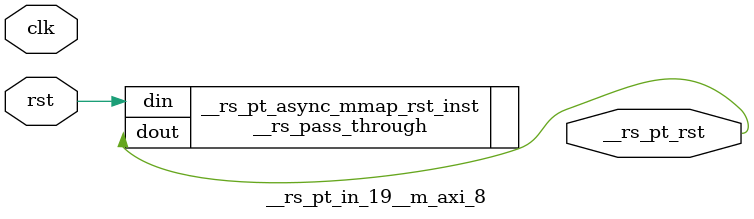
<source format=v>
`timescale 1 ns / 1 ps
/**   Generated by RapidStream   **/
module __rs_pt_in_19__m_axi_8 #(
    parameter BufferSize         = 32,
    parameter BufferSizeLog      = 5,
    parameter AddrWidth          = 64,
    parameter AxiSideAddrWidth   = 64,
    parameter DataWidth          = 512,
    parameter DataWidthBytesLog  = 6,
    parameter WaitTimeWidth      = 4,
    parameter BurstLenWidth      = 8,
    parameter EnableReadChannel  = 1,
    parameter EnableWriteChannel = 1,
    parameter MaxWaitTime        = 3,
    parameter MaxBurstLen        = 15
) (
    output wire __rs_pt_rst,
    input wire  clk,
    input wire  rst
);




__rs_pass_through #(
    .WIDTH (1)
) __rs_pt_async_mmap_rst_inst /**   Generated by RapidStream   **/ (
    .din  (rst),
    .dout (__rs_pt_rst)
);

endmodule  // __rs_pt_in_19__m_axi_8
</source>
